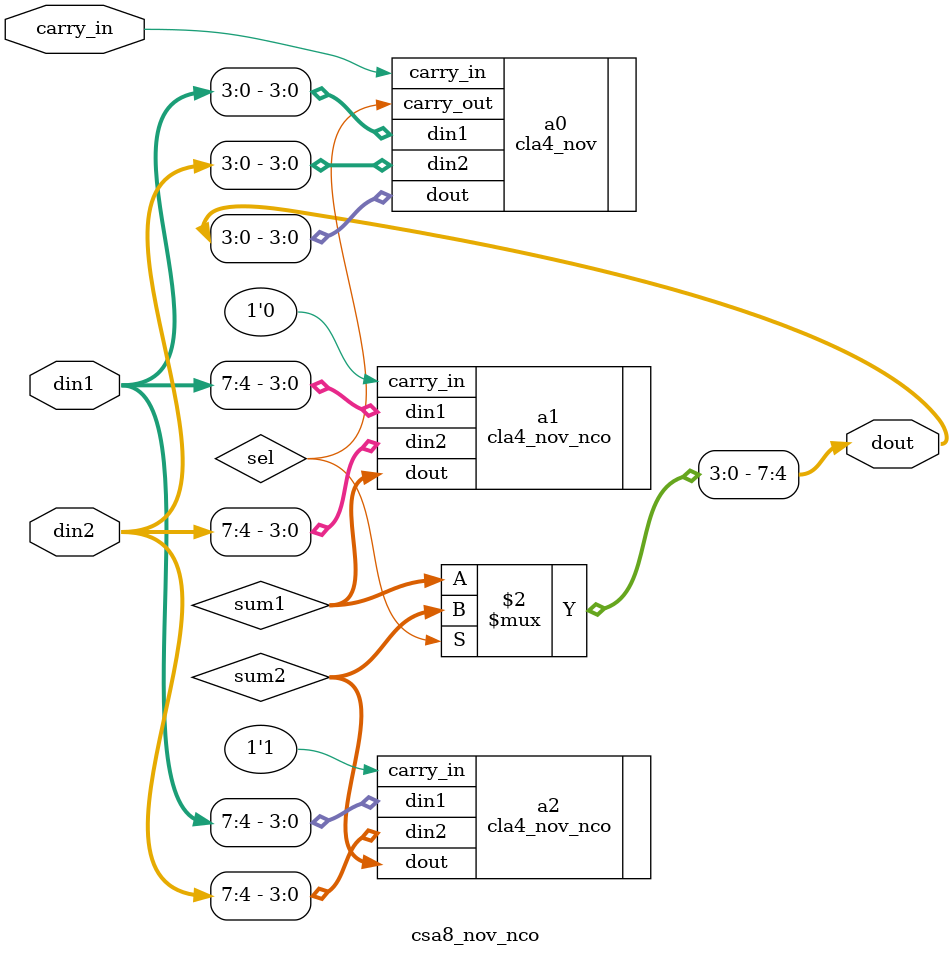
<source format=v>
module csa8_nov_nco(din1, din2, carry_in, dout);

  input	[7:0]	din1,din2;
  input		carry_in;
  output[7:0]	dout;

  wire	[3:0]	sum1, sum2;
  wire		sel;

  cla4_nov a0(.din1(din1[3:0]), .din2(din2[3:0]), .carry_in(carry_in), .dout(dout[3:0]), .carry_out(sel));
  cla4_nov_nco a1(.din1(din1[7:4]), .din2(din2[7:4]), .carry_in(1'b0), .dout(sum1));
  cla4_nov_nco a2(.din1(din1[7:4]), .din2(din2[7:4]), .carry_in(1'b1), .dout(sum2));

  assign dout[7:4] = (sel == 1'b1) ? sum2 : sum1;

endmodule

</source>
